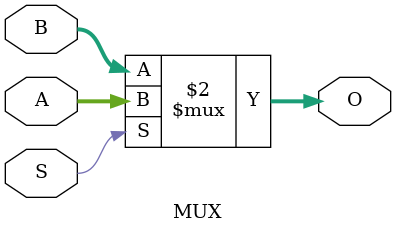
<source format=v>
module MUX(
    input [63:0] A,
    input [63:0] B,
    output [63:0] O,
    input S
);

assign O = (S==1'b1) ? A: B;

endmodule





</source>
